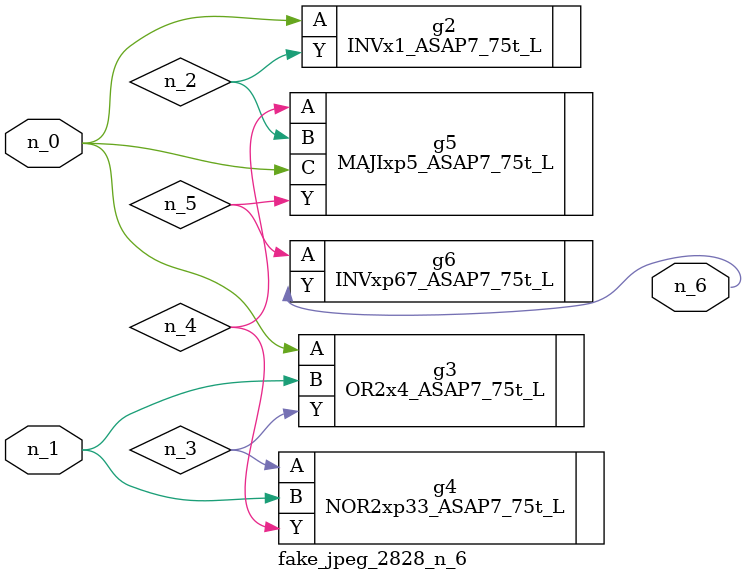
<source format=v>
module fake_jpeg_2828_n_6 (n_0, n_1, n_6);

input n_0;
input n_1;

output n_6;

wire n_2;
wire n_3;
wire n_4;
wire n_5;

INVx1_ASAP7_75t_L g2 ( 
.A(n_0),
.Y(n_2)
);

OR2x4_ASAP7_75t_L g3 ( 
.A(n_0),
.B(n_1),
.Y(n_3)
);

NOR2xp33_ASAP7_75t_L g4 ( 
.A(n_3),
.B(n_1),
.Y(n_4)
);

MAJIxp5_ASAP7_75t_L g5 ( 
.A(n_4),
.B(n_2),
.C(n_0),
.Y(n_5)
);

INVxp67_ASAP7_75t_L g6 ( 
.A(n_5),
.Y(n_6)
);


endmodule
</source>
